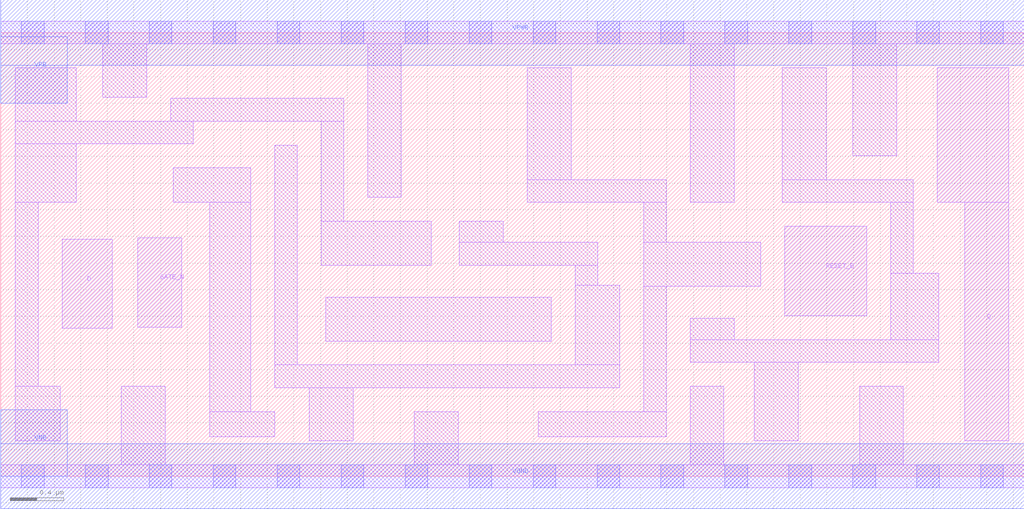
<source format=lef>
# Copyright 2020 The SkyWater PDK Authors
#
# Licensed under the Apache License, Version 2.0 (the "License");
# you may not use this file except in compliance with the License.
# You may obtain a copy of the License at
#
#     https://www.apache.org/licenses/LICENSE-2.0
#
# Unless required by applicable law or agreed to in writing, software
# distributed under the License is distributed on an "AS IS" BASIS,
# WITHOUT WARRANTIES OR CONDITIONS OF ANY KIND, either express or implied.
# See the License for the specific language governing permissions and
# limitations under the License.
#
# SPDX-License-Identifier: Apache-2.0

VERSION 5.5 ;
NAMESCASESENSITIVE ON ;
BUSBITCHARS "[]" ;
DIVIDERCHAR "/" ;
MACRO sky130_fd_sc_lp__dlrtn_lp
  CLASS CORE ;
  SOURCE USER ;
  ORIGIN  0.000000  0.000000 ;
  SIZE  7.680000 BY  3.330000 ;
  SYMMETRY X Y R90 ;
  SITE unit ;
  PIN D
    ANTENNAGATEAREA  0.376000 ;
    DIRECTION INPUT ;
    USE SIGNAL ;
    PORT
      LAYER li1 ;
        RECT 0.460000 1.110000 0.835000 1.780000 ;
    END
  END D
  PIN Q
    ANTENNADIFFAREA  0.404700 ;
    DIRECTION OUTPUT ;
    USE SIGNAL ;
    PORT
      LAYER li1 ;
        RECT 7.030000 2.055000 7.565000 3.065000 ;
        RECT 7.235000 0.265000 7.565000 2.055000 ;
    END
  END Q
  PIN RESET_B
    ANTENNAGATEAREA  0.313000 ;
    DIRECTION INPUT ;
    USE SIGNAL ;
    PORT
      LAYER li1 ;
        RECT 5.885000 1.205000 6.500000 1.875000 ;
    END
  END RESET_B
  PIN GATE_N
    ANTENNAGATEAREA  0.376000 ;
    DIRECTION INPUT ;
    USE CLOCK ;
    PORT
      LAYER li1 ;
        RECT 1.030000 1.120000 1.360000 1.790000 ;
    END
  END GATE_N
  PIN VGND
    DIRECTION INOUT ;
    USE GROUND ;
    PORT
      LAYER met1 ;
        RECT 0.000000 -0.245000 7.680000 0.245000 ;
    END
  END VGND
  PIN VNB
    DIRECTION INOUT ;
    USE GROUND ;
    PORT
      LAYER met1 ;
        RECT 0.000000 0.000000 0.500000 0.500000 ;
    END
  END VNB
  PIN VPB
    DIRECTION INOUT ;
    USE POWER ;
    PORT
      LAYER met1 ;
        RECT 0.000000 2.800000 0.500000 3.300000 ;
    END
  END VPB
  PIN VPWR
    DIRECTION INOUT ;
    USE POWER ;
    PORT
      LAYER met1 ;
        RECT 0.000000 3.085000 7.680000 3.575000 ;
    END
  END VPWR
  OBS
    LAYER li1 ;
      RECT 0.000000 -0.085000 7.680000 0.085000 ;
      RECT 0.000000  3.245000 7.680000 3.415000 ;
      RECT 0.110000  0.265000 0.445000 0.675000 ;
      RECT 0.110000  0.675000 0.280000 2.055000 ;
      RECT 0.110000  2.055000 0.565000 2.495000 ;
      RECT 0.110000  2.495000 1.445000 2.665000 ;
      RECT 0.110000  2.665000 0.565000 3.065000 ;
      RECT 0.765000  2.845000 1.095000 3.245000 ;
      RECT 0.905000  0.085000 1.235000 0.675000 ;
      RECT 1.275000  2.665000 2.575000 2.835000 ;
      RECT 1.295000  2.055000 1.875000 2.315000 ;
      RECT 1.570000  0.295000 2.055000 0.485000 ;
      RECT 1.570000  0.485000 1.875000 2.055000 ;
      RECT 2.055000  0.665000 4.645000 0.835000 ;
      RECT 2.055000  0.835000 2.225000 2.485000 ;
      RECT 2.315000  0.265000 2.645000 0.665000 ;
      RECT 2.405000  1.585000 3.230000 1.915000 ;
      RECT 2.405000  1.915000 2.575000 2.665000 ;
      RECT 2.440000  1.015000 4.130000 1.345000 ;
      RECT 2.755000  2.095000 3.005000 3.245000 ;
      RECT 3.105000  0.085000 3.435000 0.485000 ;
      RECT 3.440000  1.585000 4.480000 1.755000 ;
      RECT 3.440000  1.755000 3.770000 1.915000 ;
      RECT 3.950000  2.055000 4.995000 2.225000 ;
      RECT 3.950000  2.225000 4.280000 3.065000 ;
      RECT 4.035000  0.295000 4.995000 0.485000 ;
      RECT 4.310000  0.835000 4.645000 1.435000 ;
      RECT 4.310000  1.435000 4.480000 1.585000 ;
      RECT 4.825000  0.485000 4.995000 1.425000 ;
      RECT 4.825000  1.425000 5.705000 1.755000 ;
      RECT 4.825000  1.755000 4.995000 2.055000 ;
      RECT 5.175000  0.085000 5.425000 0.675000 ;
      RECT 5.175000  0.855000 7.040000 1.025000 ;
      RECT 5.175000  1.025000 5.505000 1.185000 ;
      RECT 5.175000  2.055000 5.505000 3.245000 ;
      RECT 5.655000  0.265000 5.985000 0.855000 ;
      RECT 5.865000  2.055000 6.850000 2.225000 ;
      RECT 5.865000  2.225000 6.195000 3.065000 ;
      RECT 6.395000  2.405000 6.725000 3.245000 ;
      RECT 6.445000  0.085000 6.775000 0.675000 ;
      RECT 6.680000  1.025000 7.040000 1.525000 ;
      RECT 6.680000  1.525000 6.850000 2.055000 ;
    LAYER mcon ;
      RECT 0.155000 -0.085000 0.325000 0.085000 ;
      RECT 0.155000  3.245000 0.325000 3.415000 ;
      RECT 0.635000 -0.085000 0.805000 0.085000 ;
      RECT 0.635000  3.245000 0.805000 3.415000 ;
      RECT 1.115000 -0.085000 1.285000 0.085000 ;
      RECT 1.115000  3.245000 1.285000 3.415000 ;
      RECT 1.595000 -0.085000 1.765000 0.085000 ;
      RECT 1.595000  3.245000 1.765000 3.415000 ;
      RECT 2.075000 -0.085000 2.245000 0.085000 ;
      RECT 2.075000  3.245000 2.245000 3.415000 ;
      RECT 2.555000 -0.085000 2.725000 0.085000 ;
      RECT 2.555000  3.245000 2.725000 3.415000 ;
      RECT 3.035000 -0.085000 3.205000 0.085000 ;
      RECT 3.035000  3.245000 3.205000 3.415000 ;
      RECT 3.515000 -0.085000 3.685000 0.085000 ;
      RECT 3.515000  3.245000 3.685000 3.415000 ;
      RECT 3.995000 -0.085000 4.165000 0.085000 ;
      RECT 3.995000  3.245000 4.165000 3.415000 ;
      RECT 4.475000 -0.085000 4.645000 0.085000 ;
      RECT 4.475000  3.245000 4.645000 3.415000 ;
      RECT 4.955000 -0.085000 5.125000 0.085000 ;
      RECT 4.955000  3.245000 5.125000 3.415000 ;
      RECT 5.435000 -0.085000 5.605000 0.085000 ;
      RECT 5.435000  3.245000 5.605000 3.415000 ;
      RECT 5.915000 -0.085000 6.085000 0.085000 ;
      RECT 5.915000  3.245000 6.085000 3.415000 ;
      RECT 6.395000 -0.085000 6.565000 0.085000 ;
      RECT 6.395000  3.245000 6.565000 3.415000 ;
      RECT 6.875000 -0.085000 7.045000 0.085000 ;
      RECT 6.875000  3.245000 7.045000 3.415000 ;
      RECT 7.355000 -0.085000 7.525000 0.085000 ;
      RECT 7.355000  3.245000 7.525000 3.415000 ;
  END
END sky130_fd_sc_lp__dlrtn_lp

</source>
